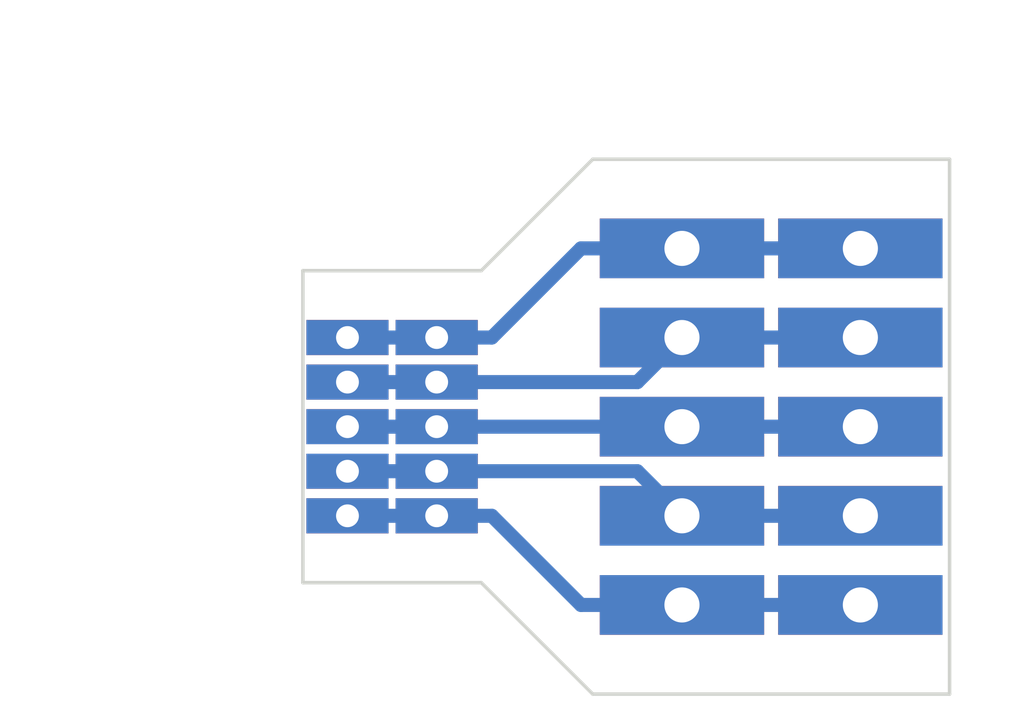
<source format=kicad_pcb>
(kicad_pcb (version 20221018) (generator pcbnew)
  (layers (0 "F.Cu" signal) (31 "B.Cu" signal) (34 "B.Paste" user) (35 "F.Paste" user) (36 "B.SilkS" user "B.Silkscreen") (37 "F.SilkS" user "F.Silkscreen") (38 "B.Mask" user) (39 "F.Mask" user) (44 "Edge.Cuts" user))
  (net 0 "")
  (net 1 "Net-(J1-Pin_1)")
  (net 2 "Net-(J1-Pin_2)")
  (net 3 "Net-(J1-Pin_3)")
  (net 4 "Net-(J1-Pin_4)")
  (net 5 "Net-(J1-Pin_5)")
  (footprint "Library:PinHeader_1x05_P2.54mm_Vertical_stretch" (layer "F.Cu") (at 122.555 88.265)
    (fp_text reference "J3" hide)
    (fp_text value "Conn_01x05")
    (pad "1" thru_hole rect (at 0 0) (size 4.68 1.7) (drill 1) (layers "*.Cu" "*.Mask") (net 1 "Net-(J1-Pin_1)"))
    (pad "2" thru_hole rect (at 0 2.54) (size 4.68 1.7) (drill 1) (layers "*.Cu" "*.Mask") (net 2 "Net-(J1-Pin_2)"))
    (pad "3" thru_hole rect (at 0 5.08) (size 4.68 1.7) (drill 1) (layers "*.Cu" "*.Mask") (net 3 "Net-(J1-Pin_3)"))
    (pad "4" thru_hole rect (at 0 7.62) (size 4.68 1.7) (drill 1) (layers "*.Cu" "*.Mask") (net 4 "Net-(J1-Pin_4)"))
    (pad "5" thru_hole rect (at 0 10.16) (size 4.68 1.7) (drill 1) (layers "*.Cu" "*.Mask") (net 5 "Net-(J1-Pin_5)"))
  )
  (footprint "Library:PinHeader_1x05_P1.27mm_Vertical_stretch" (layer "F.Cu") (at 115.57 90.805)
    (fp_text reference "J2" hide)
    (fp_text value "Conn_01x05")
    (pad "1" thru_hole rect (at 0 0) (size 2.34 1) (drill 0.65) (layers "*.Cu" "*.Mask") (net 1 "Net-(J1-Pin_1)"))
    (pad "2" thru_hole rect (at 0 1.27) (size 2.34 1) (drill 0.65) (layers "*.Cu" "*.Mask") (net 2 "Net-(J1-Pin_2)"))
    (pad "3" thru_hole rect (at 0 2.54) (size 2.34 1) (drill 0.65) (layers "*.Cu" "*.Mask") (net 3 "Net-(J1-Pin_3)"))
    (pad "4" thru_hole rect (at 0 3.81) (size 2.34 1) (drill 0.65) (layers "*.Cu" "*.Mask") (net 4 "Net-(J1-Pin_4)"))
    (pad "5" thru_hole rect (at 0 5.08) (size 2.34 1) (drill 0.65) (layers "*.Cu" "*.Mask") (net 5 "Net-(J1-Pin_5)"))
  )
  (footprint "Library:PinHeader_1x05_P2.54mm_Vertical_stretch" (layer "F.Cu") (at 127.635 88.265)
    (fp_text reference "J4" hide)
    (fp_text value "Conn_01x05")
    (pad "1" thru_hole rect (at 0 0) (size 4.68 1.7) (drill 1) (layers "*.Cu" "*.Mask") (net 1 "Net-(J1-Pin_1)"))
    (pad "2" thru_hole rect (at 0 2.54) (size 4.68 1.7) (drill 1) (layers "*.Cu" "*.Mask") (net 2 "Net-(J1-Pin_2)"))
    (pad "3" thru_hole rect (at 0 5.08) (size 4.68 1.7) (drill 1) (layers "*.Cu" "*.Mask") (net 3 "Net-(J1-Pin_3)"))
    (pad "4" thru_hole rect (at 0 7.62) (size 4.68 1.7) (drill 1) (layers "*.Cu" "*.Mask") (net 4 "Net-(J1-Pin_4)"))
    (pad "5" thru_hole rect (at 0 10.16) (size 4.68 1.7) (drill 1) (layers "*.Cu" "*.Mask") (net 5 "Net-(J1-Pin_5)"))
  )
  (footprint "Library:PinHeader_1x05_P1.27mm_Vertical_stretch" (layer "F.Cu") (at 113.03 90.805)
    (fp_text reference "J1" hide)
    (fp_text value "Conn_01x05")
    (pad "1" thru_hole rect (at 0 0) (size 2.34 1) (drill 0.65) (layers "*.Cu" "*.Mask") (net 1 "Net-(J1-Pin_1)"))
    (pad "2" thru_hole rect (at 0 1.27) (size 2.34 1) (drill 0.65) (layers "*.Cu" "*.Mask") (net 2 "Net-(J1-Pin_2)"))
    (pad "3" thru_hole rect (at 0 2.54) (size 2.34 1) (drill 0.65) (layers "*.Cu" "*.Mask") (net 3 "Net-(J1-Pin_3)"))
    (pad "4" thru_hole rect (at 0 3.81) (size 2.34 1) (drill 0.65) (layers "*.Cu" "*.Mask") (net 4 "Net-(J1-Pin_4)"))
    (pad "5" thru_hole rect (at 0 5.08) (size 2.34 1) (drill 0.65) (layers "*.Cu" "*.Mask") (net 5 "Net-(J1-Pin_5)"))
  )
  (gr_line (start 111.76 88.9) (end 111.76 97.79) (stroke (width 0.1)) (layer "Edge.Cuts"))
  (gr_line (start 120.015 85.725) (end 116.84 88.9) (stroke (width 0.1)) (layer "Edge.Cuts"))
  (gr_line (start 111.76 97.79) (end 116.84 97.79) (stroke (width 0.1)) (layer "Edge.Cuts"))
  (gr_line (start 130.175 100.965) (end 120.015 100.965) (stroke (width 0.1)) (layer "Edge.Cuts"))
  (gr_line (start 116.84 88.9) (end 111.76 88.9) (stroke (width 0.1)) (layer "Edge.Cuts"))
  (gr_line (start 130.175 85.725) (end 130.175 100.965) (stroke (width 0.1)) (layer "Edge.Cuts"))
  (gr_line (start 120.015 85.725) (end 130.175 85.725) (stroke (width 0.1)) (layer "Edge.Cuts"))
  (gr_line (start 120.015 100.965) (end 116.84 97.79) (stroke (width 0.1)) (layer "Edge.Cuts"))
  (segment (start 115.57 90.805) (end 117.14 90.805) (width 0.4) (layer "B.Cu") (net 1))
  (segment (start 117.14 90.805) (end 119.68 88.265) (width 0.4) (layer "B.Cu") (net 1))
  (segment (start 113.03 90.805) (end 115.57 90.805) (width 0.4) (layer "B.Cu") (net 1))
  (segment (start 122.555 88.265) (end 127.635 88.265) (width 0.4) (layer "B.Cu") (net 1))
  (segment (start 119.68 88.265) (end 122.555 88.265) (width 0.4) (layer "B.Cu") (net 1))
  (segment (start 115.57 92.075) (end 121.285 92.075) (width 0.4) (layer "B.Cu") (net 2))
  (segment (start 121.285 92.075) (end 122.555 90.805) (width 0.4) (layer "B.Cu") (net 2))
  (segment (start 122.555 90.805) (end 127.635 90.805) (width 0.4) (layer "B.Cu") (net 2))
  (segment (start 113.03 92.075) (end 115.57 92.075) (width 0.4) (layer "B.Cu") (net 2))
  (segment (start 115.57 93.345) (end 122.555 93.345) (width 0.4) (layer "B.Cu") (net 3))
  (segment (start 113.03 93.345) (end 115.57 93.345) (width 0.4) (layer "B.Cu") (net 3))
  (segment (start 122.555 93.345) (end 127.635 93.345) (width 0.4) (layer "B.Cu") (net 3))
  (segment (start 113.03 94.615) (end 115.57 94.615) (width 0.4) (layer "B.Cu") (net 4))
  (segment (start 115.57 94.615) (end 121.285 94.615) (width 0.4) (layer "B.Cu") (net 4))
  (segment (start 121.285 94.615) (end 122.555 95.885) (width 0.4) (layer "B.Cu") (net 4))
  (segment (start 122.555 95.885) (end 127.635 95.885) (width 0.4) (layer "B.Cu") (net 4))
  (segment (start 122.555 98.425) (end 127.635 98.425) (width 0.4) (layer "B.Cu") (net 5))
  (segment (start 113.03 95.885) (end 115.57 95.885) (width 0.4) (layer "B.Cu") (net 5))
  (segment (start 119.68 98.425) (end 122.555 98.425) (width 0.4) (layer "B.Cu") (net 5))
  (segment (start 117.14 95.885) (end 119.68 98.425) (width 0.4) (layer "B.Cu") (net 5))
  (segment (start 115.57 95.885) (end 117.14 95.885) (width 0.4) (layer "B.Cu") (net 5))
)
</source>
